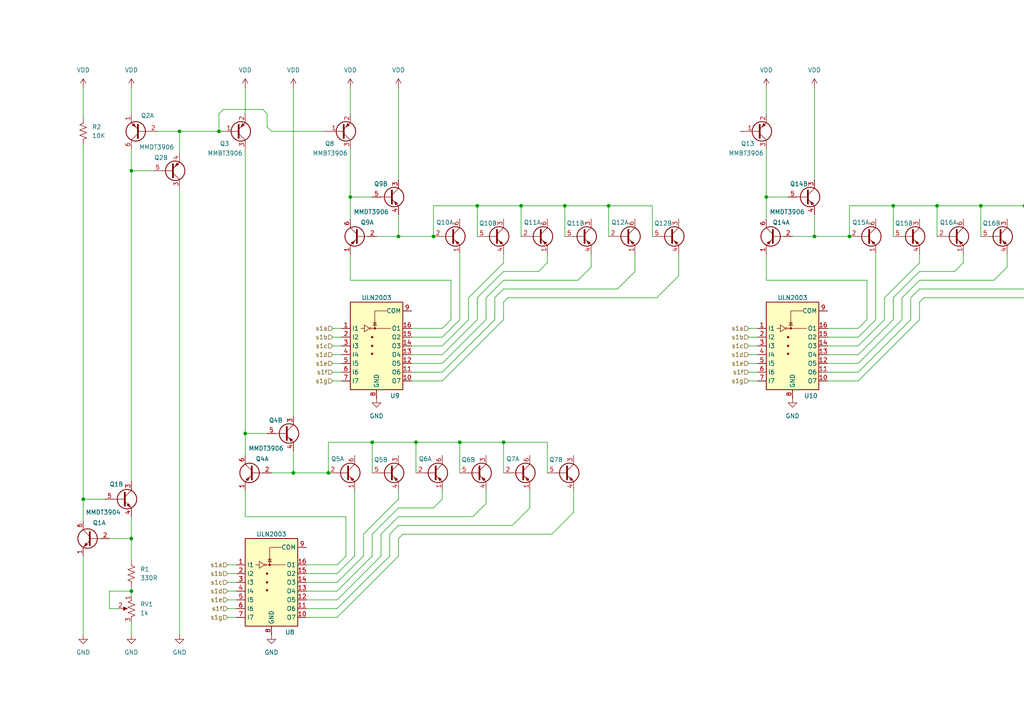
<source format=kicad_sch>
(kicad_sch (version 20231120) (generator "eeschema") (generator_version "8.0")
  (paper "A4")
  (title_block (title "Tiny Tapeout Digital Clock") (comment 1 "Author: Sam Ellicott"))
  (lib_symbols
    (symbol "Device:R_Potentiometer_US" (pin_names (offset 1.016) hide)
      (property "Reference" "RV" (at -4.445 0 90))
      (property "Value" "R_Potentiometer_US" (at -2.54 0 90))
      (symbol "R_Potentiometer_US_0_1"
        (polyline (pts (xy 0 -2.286) (xy 0 -2.54)))
        (polyline (pts (xy 0 2.54) (xy 0 2.286)))
        (polyline (pts (xy 2.54 0) (xy 1.524 0)))
        (polyline (pts (xy 1.143 0) (xy 2.286 0.508) (xy 2.286 -0.508) (xy 1.143 0)) (fill (type outline)))
        (polyline (pts (xy 0 -0.762) (xy 1.016 -1.143) (xy 0 -1.524) (xy -1.016 -1.905) (xy 0 -2.286)))
        (polyline (pts (xy 0 0.762) (xy 1.016 0.381) (xy 0 0) (xy -1.016 -0.381) (xy 0 -0.762)))
        (polyline (pts (xy 0 2.286) (xy 1.016 1.905) (xy 0 1.524) (xy -1.016 1.143) (xy 0 0.762)))
      )
      (symbol "R_Potentiometer_US_1_1"
        (pin passive line (at 0 3.81 270) (length 1.27) (name "1") (number "1"))
        (pin passive line (at 3.81 0 180) (length 1.27) (name "2") (number "2"))
        (pin passive line (at 0 -3.81 90) (length 1.27) (name "3") (number "3"))
      )
    )
    (symbol "Device:R_US" (pin_numbers hide) (pin_names (offset 0))
      (property "Reference" "R" (at 2.54 0 90))
      (property "Value" "R_US" (at -2.54 0 90))
      (symbol "R_US_0_1"
        (polyline (pts (xy 0 -2.286) (xy 0 -2.54)))
        (polyline (pts (xy 0 2.286) (xy 0 2.54)))
        (polyline (pts (xy 0 -0.762) (xy 1.016 -1.143) (xy 0 -1.524) (xy -1.016 -1.905) (xy 0 -2.286)))
        (polyline (pts (xy 0 0.762) (xy 1.016 0.381) (xy 0 0) (xy -1.016 -0.381) (xy 0 -0.762)))
        (polyline (pts (xy 0 2.286) (xy 1.016 1.905) (xy 0 1.524) (xy -1.016 1.143) (xy 0 0.762)))
      )
      (symbol "R_US_1_1"
        (pin passive line (at 0 3.81 270) (length 1.27) (name "~") (number "1"))
        (pin passive line (at 0 -3.81 90) (length 1.27) (name "~") (number "2"))
      )
    )
    (symbol "Transistor_Array:ULN2003"
      (property "Reference" "U" (at 0 15.875 0))
      (property "Value" "ULN2003" (at 0 13.97 0))
      (symbol "ULN2003_0_1"
        (rectangle (start -7.62 -12.7) (end 7.62 12.7) (stroke (width 0.254)) (fill (type background)))
        (circle (center -1.778 5.08) (radius 0.254))
        (circle (center -1.27 -2.286) (radius 0.254) (fill (type outline)))
        (circle (center -1.27 0) (radius 0.254) (fill (type outline)))
        (circle (center -1.27 2.54) (radius 0.254) (fill (type outline)))
        (circle (center -0.508 5.08) (radius 0.254) (fill (type outline)))
        (polyline (pts (xy -4.572 5.08) (xy -3.556 5.08)))
        (polyline (pts (xy -1.524 5.08) (xy 4.064 5.08)))
        (polyline (pts (xy 0 6.731) (xy -1.016 6.731)))
        (polyline (pts (xy -0.508 5.08) (xy -0.508 10.16) (xy 2.921 10.16)))
        (polyline (pts (xy -3.556 6.096) (xy -3.556 4.064) (xy -2.032 5.08) (xy -3.556 6.096)))
        (polyline (pts (xy 0 5.969) (xy -1.016 5.969) (xy -0.508 6.731) (xy 0 5.969)))
      )
      (symbol "ULN2003_1_1"
        (pin input line (at -10.16 5.08 0) (length 2.54) (name "I1") (number "1"))
        (pin open_collector line (at 10.16 -10.16 180) (length 2.54) (name "O7") (number "10"))
        (pin open_collector line (at 10.16 -7.62 180) (length 2.54) (name "O6") (number "11"))
        (pin open_collector line (at 10.16 -5.08 180) (length 2.54) (name "O5") (number "12"))
        (pin open_collector line (at 10.16 -2.54 180) (length 2.54) (name "O4") (number "13"))
        (pin open_collector line (at 10.16 0 180) (length 2.54) (name "O3") (number "14"))
        (pin open_collector line (at 10.16 2.54 180) (length 2.54) (name "O2") (number "15"))
        (pin open_collector line (at 10.16 5.08 180) (length 2.54) (name "O1") (number "16"))
        (pin input line (at -10.16 2.54 0) (length 2.54) (name "I2") (number "2"))
        (pin input line (at -10.16 0 0) (length 2.54) (name "I3") (number "3"))
        (pin input line (at -10.16 -2.54 0) (length 2.54) (name "I4") (number "4"))
        (pin input line (at -10.16 -5.08 0) (length 2.54) (name "I5") (number "5"))
        (pin input line (at -10.16 -7.62 0) (length 2.54) (name "I6") (number "6"))
        (pin input line (at -10.16 -10.16 0) (length 2.54) (name "I7") (number "7"))
        (pin power_in line (at 0 -15.24 90) (length 2.54) (name "GND") (number "8"))
        (pin passive line (at 10.16 10.16 180) (length 2.54) (name "COM") (number "9"))
      )
    )
    (symbol "Transistor_BJT:MMBT3906" (pin_names (offset 0) hide)
      (property "Reference" "Q" (at 5.08 1.905 0))
      (property "Value" "MMBT3906" (at 5.08 0 0))
      (symbol "MMBT3906_0_1"
        (polyline (pts (xy 0.635 0.635) (xy 2.54 2.54)))
        (polyline (pts (xy 0.635 -0.635) (xy 2.54 -2.54) (xy 2.54 -2.54)))
        (polyline (pts (xy 0.635 1.905) (xy 0.635 -1.905) (xy 0.635 -1.905)) (stroke (width 0.508)))
        (polyline (pts (xy 2.286 -1.778) (xy 1.778 -2.286) (xy 1.27 -1.27) (xy 2.286 -1.778) (xy 2.286 -1.778)) (fill (type outline)))
        (circle (center 1.27 0) (radius 2.8194) (stroke (width 0.254)))
      )
      (symbol "MMBT3906_1_1"
        (pin input line (at -5.08 0 0) (length 5.715) (name "B") (number "1"))
        (pin passive line (at 2.54 -5.08 90) (length 2.54) (name "E") (number "2"))
        (pin passive line (at 2.54 5.08 270) (length 2.54) (name "C") (number "3"))
      )
    )
    (symbol "Transistor_BJT:MMDT3904" (pin_names (offset 0) hide)
      (property "Reference" "Q" (at 5.08 1.27 0))
      (property "Value" "MMDT3904" (at 5.08 -1.27 0))
      (symbol "MMDT3904_0_1"
        (polyline (pts (xy 0.635 0) (xy -2.54 0)))
        (polyline (pts (xy 0.635 0.635) (xy 2.54 2.54)))
        (polyline (pts (xy 0.635 -0.635) (xy 2.54 -2.54) (xy 2.54 -2.54)))
        (polyline (pts (xy 0.635 1.905) (xy 0.635 -1.905) (xy 0.635 -1.905)) (stroke (width 0.508)))
        (polyline (pts (xy 1.27 -1.778) (xy 1.778 -1.27) (xy 2.286 -2.286) (xy 1.27 -1.778) (xy 1.27 -1.778)) (fill (type outline)))
        (circle (center 1.27 0) (radius 2.8194) (stroke (width 0.254)))
      )
      (symbol "MMDT3904_1_1"
        (pin passive line (at 2.54 -5.08 90) (length 2.54) (name "E1") (number "1"))
        (pin input line (at -5.08 0 0) (length 2.54) (name "B1") (number "2"))
        (pin passive line (at 2.54 5.08 270) (length 2.54) (name "C1") (number "6"))
      )
      (symbol "MMDT3904_2_1"
        (pin passive line (at 2.54 5.08 270) (length 2.54) (name "C2") (number "3"))
        (pin passive line (at 2.54 -5.08 90) (length 2.54) (name "E2") (number "4"))
        (pin input line (at -5.08 0 0) (length 2.54) (name "B2") (number "5"))
      )
    )
    (symbol "Transistor_BJT:MMDT3906" (pin_names (offset 0) hide)
      (property "Reference" "Q" (at 5.08 1.27 0))
      (property "Value" "MMDT3906" (at 5.08 -1.27 0))
      (symbol "MMDT3906_0_1"
        (polyline (pts (xy 0.635 0) (xy -2.54 0)))
        (polyline (pts (xy 0.635 0.635) (xy 2.54 2.54)))
        (polyline (pts (xy 0.635 -0.635) (xy 2.54 -2.54) (xy 2.54 -2.54)))
        (polyline (pts (xy 0.635 1.905) (xy 0.635 -1.905) (xy 0.635 -1.905)) (stroke (width 0.508)))
        (polyline (pts (xy 2.286 -1.778) (xy 1.778 -2.286) (xy 1.27 -1.27) (xy 2.286 -1.778) (xy 2.286 -1.778)) (fill (type outline)))
        (circle (center 1.27 0) (radius 2.8194) (stroke (width 0.254)))
      )
      (symbol "MMDT3906_1_1"
        (pin passive line (at 2.54 -5.08 90) (length 2.54) (name "E1") (number "1"))
        (pin input line (at -5.08 0 0) (length 2.54) (name "B1") (number "2"))
        (pin passive line (at 2.54 5.08 270) (length 2.54) (name "C1") (number "6"))
      )
      (symbol "MMDT3906_2_1"
        (pin passive line (at 2.54 5.08 270) (length 2.54) (name "C2") (number "3"))
        (pin passive line (at 2.54 -5.08 90) (length 2.54) (name "E2") (number "4"))
        (pin input line (at -5.08 0 0) (length 2.54) (name "B2") (number "5"))
      )
    )
    (symbol "power:GND" (power) (pin_numbers hide) (pin_names (offset 0) hide)
      (property "Value" "GND" (at 0 -3.81 0))
      (symbol "GND_0_1"
        (polyline (pts (xy 0 0) (xy 0 -1.27) (xy 1.27 -1.27) (xy 0 -2.54) (xy -1.27 -1.27) (xy 0 -1.27)))
      )
      (symbol "GND_1_1"
        (pin power_in line (at 0 0 270) (length 0) (name "~") (number "1"))
      )
    )
    (symbol "power:VDD" (power) (pin_numbers hide) (pin_names (offset 0) hide)
      (property "Value" "VDD" (at 0 3.556 0))
      (symbol "VDD_0_1"
        (polyline (pts (xy -0.762 1.27) (xy 0 2.54)))
        (polyline (pts (xy 0 0) (xy 0 2.54)))
        (polyline (pts (xy 0 2.54) (xy 0.762 1.27)))
      )
      (symbol "VDD_1_1"
        (pin power_in line (at 0 0 90) (length 0) (name "~") (number "1"))
      )
    )
  )
  (junction (at 125.73 68.58))
  (junction (at 176.53 59.69))
  (junction (at 52.07 38.1))
  (junction (at 85.09 137.16))
  (junction (at 63.5 38.1))
  (junction (at 297.18 59.69))
  (junction (at 133.35 128.27))
  (junction (at 120.65 128.27))
  (junction (at 163.83 59.69))
  (junction (at 271.78 59.69))
  (junction (at 146.05 128.27))
  (junction (at 151.13 59.69))
  (junction (at 222.25 57.15))
  (junction (at 101.6 57.15))
  (junction (at 38.1 49.53))
  (junction (at 284.48 59.69))
  (junction (at 107.95 128.27))
  (junction (at 95.25 137.16))
  (junction (at 38.1 171.45))
  (junction (at 115.57 68.58))
  (junction (at 259.08 59.69))
  (junction (at 236.22 68.58))
  (junction (at 71.12 125.73))
  (junction (at 246.38 68.58))
  (junction (at 24.13 144.78))
  (junction (at 38.1 156.21))
  (junction (at 138.43 59.69))
  (wire (pts (xy 184.15 73.66) (xy 184.15 78.74)))
  (wire (pts (xy 38.1 180.34) (xy 38.1 184.15)))
  (wire (pts (xy 140.97 142.24) (xy 140.97 146.05)))
  (wire (pts (xy 133.35 128.27) (xy 133.35 137.16)))
  (wire (pts (xy 138.43 59.69) (xy 138.43 68.58)))
  (wire (pts (xy 190.5 86.36) (xy 196.85 80.01)))
  (wire (pts (xy 66.04 168.91) (xy 68.58 168.91)))
  (wire (pts (xy 276.86 78.74) (xy 279.4 76.2)))
  (wire (pts (xy 115.57 68.58) (xy 125.73 68.58)))
  (wire (pts (xy 110.49 161.29) (xy 97.79 173.99)))
  (wire (pts (xy 64.77 31.75) (xy 63.5 33.02)))
  (wire (pts (xy 163.83 59.69) (xy 176.53 59.69)))
  (wire (pts (xy 24.13 41.91) (xy 24.13 144.78)))
  (wire (pts (xy 304.8 73.66) (xy 304.8 78.74)))
  (wire (pts (xy 266.7 81.28) (xy 288.29 81.28)))
  (wire (pts (xy 24.13 144.78) (xy 24.13 151.13)))
  (wire (pts (xy 85.09 137.16) (xy 95.25 137.16)))
  (wire (pts (xy 110.49 154.94) (xy 110.49 161.29)))
  (wire (pts (xy 63.5 33.02) (xy 63.5 38.1)))
  (wire (pts (xy 266.7 92.71) (xy 248.92 110.49)))
  (wire (pts (xy 101.6 25.4) (xy 101.6 33.02)))
  (wire (pts (xy 236.22 68.58) (xy 236.22 62.23)))
  (wire (pts (xy 146.05 128.27) (xy 146.05 137.16)))
  (wire (pts (xy 78.74 38.1) (xy 77.47 36.83)))
  (wire (pts (xy 240.03 105.41) (xy 248.92 105.41)))
  (wire (pts (xy 264.16 92.71) (xy 264.16 86.36)))
  (wire (pts (xy 189.23 59.69) (xy 189.23 68.58)))
  (wire (pts (xy 96.52 105.41) (xy 99.06 105.41)))
  (wire (pts (xy 261.62 86.36) (xy 261.62 92.71)))
  (wire (pts (xy 151.13 59.69) (xy 163.83 59.69)))
  (wire (pts (xy 66.04 176.53) (xy 68.58 176.53)))
  (wire (pts (xy 246.38 59.69) (xy 259.08 59.69)))
  (wire (pts (xy 88.9 171.45) (xy 97.79 171.45)))
  (wire (pts (xy 158.75 73.66) (xy 158.75 76.2)))
  (wire (pts (xy 38.1 156.21) (xy 31.75 156.21)))
  (wire (pts (xy 248.92 107.95) (xy 264.16 92.71)))
  (wire (pts (xy 101.6 43.18) (xy 101.6 57.15)))
  (wire (pts (xy 96.52 102.87) (xy 99.06 102.87)))
  (wire (pts (xy 85.09 25.4) (xy 85.09 120.65)))
  (wire (pts (xy 179.07 83.82) (xy 184.15 78.74)))
  (wire (pts (xy 128.27 107.95) (xy 143.51 92.71)))
  (wire (pts (xy 110.49 154.94) (xy 115.57 149.86)))
  (wire (pts (xy 266.7 78.74) (xy 276.86 78.74)))
  (wire (pts (xy 113.03 154.94) (xy 115.57 152.4)))
  (wire (pts (xy 52.07 38.1) (xy 63.5 38.1)))
  (wire (pts (xy 135.89 92.71) (xy 128.27 100.33)))
  (wire (pts (xy 102.87 142.24) (xy 102.87 161.29)))
  (wire (pts (xy 77.47 33.02) (xy 76.2 31.75)))
  (wire (pts (xy 96.52 100.33) (xy 99.06 100.33)))
  (wire (pts (xy 259.08 59.69) (xy 259.08 68.58)))
  (wire (pts (xy 133.35 128.27) (xy 146.05 128.27)))
  (wire (pts (xy 288.29 81.28) (xy 292.1 77.47)))
  (wire (pts (xy 146.05 128.27) (xy 158.75 128.27)))
  (wire (pts (xy 116.84 154.94) (xy 160.02 154.94)))
  (wire (pts (xy 88.9 163.83) (xy 97.79 163.83)))
  (wire (pts (xy 248.92 97.79) (xy 254 92.71)))
  (wire (pts (xy 222.25 25.4) (xy 222.25 33.02)))
  (wire (pts (xy 176.53 59.69) (xy 176.53 68.58)))
  (wire (pts (xy 120.65 128.27) (xy 120.65 137.16)))
  (wire (pts (xy 240.03 97.79) (xy 248.92 97.79)))
  (wire (pts (xy 297.18 59.69) (xy 309.88 59.69)))
  (wire (pts (xy 130.81 81.28) (xy 130.81 92.71)))
  (wire (pts (xy 115.57 161.29) (xy 97.79 179.07)))
  (wire (pts (xy 128.27 97.79) (xy 133.35 92.71)))
  (wire (pts (xy 97.79 171.45) (xy 107.95 161.29)))
  (wire (pts (xy 299.72 83.82) (xy 304.8 78.74)))
  (wire (pts (xy 101.6 57.15) (xy 101.6 63.5)))
  (wire (pts (xy 266.7 87.63) (xy 267.97 86.36)))
  (wire (pts (xy 71.12 142.24) (xy 71.12 149.86)))
  (wire (pts (xy 261.62 86.36) (xy 266.7 81.28)))
  (wire (pts (xy 309.88 59.69) (xy 309.88 68.58)))
  (wire (pts (xy 251.46 81.28) (xy 251.46 92.71)))
  (wire (pts (xy 107.95 154.94) (xy 115.57 147.32)))
  (wire (pts (xy 267.97 86.36) (xy 311.15 86.36)))
  (wire (pts (xy 100.33 149.86) (xy 100.33 161.29)))
  (wire (pts (xy 217.17 102.87) (xy 219.71 102.87)))
  (wire (pts (xy 107.95 128.27) (xy 107.95 137.16)))
  (wire (pts (xy 31.75 171.45) (xy 31.75 176.53)))
  (wire (pts (xy 38.1 170.18) (xy 38.1 171.45)))
  (wire (pts (xy 52.07 54.61) (xy 52.07 184.15)))
  (wire (pts (xy 148.59 152.4) (xy 153.67 147.32)))
  (wire (pts (xy 146.05 87.63) (xy 147.32 86.36)))
  (wire (pts (xy 125.73 59.69) (xy 125.73 68.58)))
  (wire (pts (xy 222.25 81.28) (xy 251.46 81.28)))
  (wire (pts (xy 240.03 102.87) (xy 248.92 102.87)))
  (wire (pts (xy 100.33 161.29) (xy 97.79 163.83)))
  (wire (pts (xy 284.48 59.69) (xy 284.48 68.58)))
  (wire (pts (xy 115.57 142.24) (xy 115.57 144.78)))
  (wire (pts (xy 297.18 59.69) (xy 297.18 68.58)))
  (wire (pts (xy 115.57 161.29) (xy 115.57 156.21)))
  (wire (pts (xy 266.7 92.71) (xy 266.7 87.63)))
  (wire (pts (xy 279.4 73.66) (xy 279.4 76.2)))
  (wire (pts (xy 259.08 86.36) (xy 266.7 78.74)))
  (wire (pts (xy 229.87 68.58) (xy 236.22 68.58)))
  (wire (pts (xy 38.1 43.18) (xy 38.1 49.53)))
  (wire (pts (xy 71.12 125.73) (xy 71.12 132.08)))
  (wire (pts (xy 119.38 110.49) (xy 128.27 110.49)))
  (wire (pts (xy 125.73 147.32) (xy 128.27 144.78)))
  (wire (pts (xy 113.03 161.29) (xy 113.03 154.94)))
  (wire (pts (xy 222.25 43.18) (xy 222.25 57.15)))
  (wire (pts (xy 88.9 176.53) (xy 97.79 176.53)))
  (wire (pts (xy 284.48 59.69) (xy 297.18 59.69)))
  (wire (pts (xy 217.17 105.41) (xy 219.71 105.41)))
  (wire (pts (xy 45.72 38.1) (xy 52.07 38.1)))
  (wire (pts (xy 78.74 137.16) (xy 85.09 137.16)))
  (wire (pts (xy 93.98 38.1) (xy 78.74 38.1)))
  (wire (pts (xy 30.48 144.78) (xy 24.13 144.78)))
  (wire (pts (xy 119.38 107.95) (xy 128.27 107.95)))
  (wire (pts (xy 240.03 107.95) (xy 248.92 107.95)))
  (wire (pts (xy 95.25 128.27) (xy 95.25 137.16)))
  (wire (pts (xy 236.22 25.4) (xy 236.22 52.07)))
  (wire (pts (xy 163.83 59.69) (xy 163.83 68.58)))
  (wire (pts (xy 128.27 142.24) (xy 128.27 144.78)))
  (wire (pts (xy 24.13 161.29) (xy 24.13 184.15)))
  (wire (pts (xy 217.17 95.25) (xy 219.71 95.25)))
  (wire (pts (xy 146.05 78.74) (xy 156.21 78.74)))
  (wire (pts (xy 158.75 128.27) (xy 158.75 137.16)))
  (wire (pts (xy 138.43 59.69) (xy 151.13 59.69)))
  (wire (pts (xy 97.79 176.53) (xy 113.03 161.29)))
  (wire (pts (xy 217.17 97.79) (xy 219.71 97.79)))
  (wire (pts (xy 217.17 110.49) (xy 219.71 110.49)))
  (wire (pts (xy 38.1 49.53) (xy 44.45 49.53)))
  (wire (pts (xy 130.81 92.71) (xy 128.27 95.25)))
  (wire (pts (xy 38.1 149.86) (xy 38.1 156.21)))
  (wire (pts (xy 153.67 142.24) (xy 153.67 147.32)))
  (wire (pts (xy 115.57 149.86) (xy 137.16 149.86)))
  (wire (pts (xy 217.17 100.33) (xy 219.71 100.33)))
  (wire (pts (xy 143.51 92.71) (xy 143.51 86.36)))
  (wire (pts (xy 217.17 107.95) (xy 219.71 107.95)))
  (wire (pts (xy 240.03 95.25) (xy 248.92 95.25)))
  (wire (pts (xy 76.2 31.75) (xy 64.77 31.75)))
  (wire (pts (xy 138.43 92.71) (xy 138.43 86.36)))
  (wire (pts (xy 259.08 59.69) (xy 271.78 59.69)))
  (wire (pts (xy 66.04 171.45) (xy 68.58 171.45)))
  (wire (pts (xy 222.25 73.66) (xy 222.25 81.28)))
  (wire (pts (xy 147.32 86.36) (xy 190.5 86.36)))
  (wire (pts (xy 95.25 128.27) (xy 107.95 128.27)))
  (wire (pts (xy 256.54 86.36) (xy 256.54 92.71)))
  (wire (pts (xy 119.38 105.41) (xy 128.27 105.41)))
  (wire (pts (xy 96.52 97.79) (xy 99.06 97.79)))
  (wire (pts (xy 146.05 83.82) (xy 179.07 83.82)))
  (wire (pts (xy 52.07 38.1) (xy 52.07 44.45)))
  (wire (pts (xy 71.12 125.73) (xy 77.47 125.73)))
  (wire (pts (xy 240.03 110.49) (xy 248.92 110.49)))
  (wire (pts (xy 115.57 156.21) (xy 116.84 154.94)))
  (wire (pts (xy 71.12 43.18) (xy 71.12 125.73)))
  (wire (pts (xy 146.05 81.28) (xy 167.64 81.28)))
  (wire (pts (xy 38.1 25.4) (xy 38.1 33.02)))
  (wire (pts (xy 266.7 83.82) (xy 299.72 83.82)))
  (wire (pts (xy 97.79 166.37) (xy 102.87 161.29)))
  (wire (pts (xy 24.13 25.4) (xy 24.13 34.29)))
  (wire (pts (xy 71.12 149.86) (xy 100.33 149.86)))
  (wire (pts (xy 222.25 57.15) (xy 228.6 57.15)))
  (wire (pts (xy 271.78 59.69) (xy 271.78 68.58)))
  (wire (pts (xy 105.41 154.94) (xy 115.57 144.78)))
  (wire (pts (xy 167.64 81.28) (xy 171.45 77.47)))
  (wire (pts (xy 66.04 163.83) (xy 68.58 163.83)))
  (wire (pts (xy 109.22 68.58) (xy 115.57 68.58)))
  (wire (pts (xy 196.85 73.66) (xy 196.85 80.01)))
  (wire (pts (xy 115.57 25.4) (xy 115.57 52.07)))
  (wire (pts (xy 292.1 73.66) (xy 292.1 77.47)))
  (wire (pts (xy 77.47 36.83) (xy 77.47 33.02)))
  (wire (pts (xy 115.57 68.58) (xy 115.57 62.23)))
  (wire (pts (xy 101.6 81.28) (xy 130.81 81.28)))
  (wire (pts (xy 137.16 149.86) (xy 140.97 146.05)))
  (wire (pts (xy 115.57 147.32) (xy 125.73 147.32)))
  (wire (pts (xy 119.38 95.25) (xy 128.27 95.25)))
  (wire (pts (xy 254 73.66) (xy 254 92.71)))
  (wire (pts (xy 88.9 173.99) (xy 97.79 173.99)))
  (wire (pts (xy 146.05 92.71) (xy 146.05 87.63)))
  (wire (pts (xy 160.02 154.94) (xy 166.37 148.59)))
  (wire (pts (xy 271.78 59.69) (xy 284.48 59.69)))
  (wire (pts (xy 246.38 59.69) (xy 246.38 68.58)))
  (wire (pts (xy 264.16 86.36) (xy 266.7 83.82)))
  (wire (pts (xy 140.97 86.36) (xy 140.97 92.71)))
  (wire (pts (xy 143.51 86.36) (xy 146.05 83.82)))
  (wire (pts (xy 151.13 59.69) (xy 151.13 68.58)))
  (wire (pts (xy 115.57 152.4) (xy 148.59 152.4)))
  (wire (pts (xy 38.1 156.21) (xy 38.1 162.56)))
  (wire (pts (xy 38.1 171.45) (xy 38.1 172.72)))
  (wire (pts (xy 256.54 92.71) (xy 248.92 100.33)))
  (wire (pts (xy 120.65 128.27) (xy 133.35 128.27)))
  (wire (pts (xy 222.25 57.15) (xy 222.25 63.5)))
  (wire (pts (xy 266.7 73.66) (xy 266.7 76.2)))
  (wire (pts (xy 140.97 92.71) (xy 128.27 105.41)))
  (wire (pts (xy 119.38 100.33) (xy 128.27 100.33)))
  (wire (pts (xy 256.54 86.36) (xy 266.7 76.2)))
  (wire (pts (xy 66.04 179.07) (xy 68.58 179.07)))
  (wire (pts (xy 96.52 107.95) (xy 99.06 107.95)))
  (wire (pts (xy 96.52 95.25) (xy 99.06 95.25)))
  (wire (pts (xy 31.75 176.53) (xy 34.29 176.53)))
  (wire (pts (xy 71.12 25.4) (xy 71.12 33.02)))
  (wire (pts (xy 251.46 92.71) (xy 248.92 95.25)))
  (wire (pts (xy 105.41 154.94) (xy 105.41 161.29)))
  (wire (pts (xy 138.43 86.36) (xy 146.05 78.74)))
  (wire (pts (xy 101.6 57.15) (xy 107.95 57.15)))
  (wire (pts (xy 107.95 161.29) (xy 107.95 154.94)))
  (wire (pts (xy 261.62 92.71) (xy 248.92 105.41)))
  (wire (pts (xy 119.38 97.79) (xy 128.27 97.79)))
  (wire (pts (xy 259.08 92.71) (xy 259.08 86.36)))
  (wire (pts (xy 135.89 86.36) (xy 135.89 92.71)))
  (wire (pts (xy 311.15 86.36) (xy 317.5 80.01)))
  (wire (pts (xy 166.37 142.24) (xy 166.37 148.59)))
  (wire (pts (xy 31.75 171.45) (xy 38.1 171.45)))
  (wire (pts (xy 146.05 92.71) (xy 128.27 110.49)))
  (wire (pts (xy 171.45 73.66) (xy 171.45 77.47)))
  (wire (pts (xy 176.53 59.69) (xy 189.23 59.69)))
  (wire (pts (xy 85.09 137.16) (xy 85.09 130.81)))
  (wire (pts (xy 107.95 128.27) (xy 120.65 128.27)))
  (wire (pts (xy 66.04 166.37) (xy 68.58 166.37)))
  (wire (pts (xy 156.21 78.74) (xy 158.75 76.2)))
  (wire (pts (xy 248.92 102.87) (xy 259.08 92.71)))
  (wire (pts (xy 66.04 173.99) (xy 68.58 173.99)))
  (wire (pts (xy 88.9 166.37) (xy 97.79 166.37)))
  (wire (pts (xy 38.1 49.53) (xy 38.1 139.7)))
  (wire (pts (xy 135.89 86.36) (xy 146.05 76.2)))
  (wire (pts (xy 96.52 110.49) (xy 99.06 110.49)))
  (wire (pts (xy 125.73 59.69) (xy 138.43 59.69)))
  (wire (pts (xy 317.5 73.66) (xy 317.5 80.01)))
  (wire (pts (xy 236.22 68.58) (xy 246.38 68.58)))
  (wire (pts (xy 240.03 100.33) (xy 248.92 100.33)))
  (wire (pts (xy 133.35 73.66) (xy 133.35 92.71)))
  (wire (pts (xy 140.97 86.36) (xy 146.05 81.28)))
  (wire (pts (xy 88.9 168.91) (xy 97.79 168.91)))
  (wire (pts (xy 146.05 73.66) (xy 146.05 76.2)))
  (wire (pts (xy 101.6 73.66) (xy 101.6 81.28)))
  (wire (pts (xy 128.27 102.87) (xy 138.43 92.71)))
  (wire (pts (xy 119.38 102.87) (xy 128.27 102.87)))
  (wire (pts (xy 88.9 179.07) (xy 97.79 179.07)))
  (wire (pts (xy 105.41 161.29) (xy 97.79 168.91)))
  (hierarchical_label "s1c" (shape input) (at 66.04 168.91 180))
  (hierarchical_label "s1g" (shape input) (at 217.17 110.49 180))
  (hierarchical_label "s1a" (shape input) (at 66.04 163.83 180))
  (hierarchical_label "s1f" (shape input) (at 96.52 107.95 180))
  (hierarchical_label "s1g" (shape input) (at 96.52 110.49 180))
  (hierarchical_label "s1d" (shape input) (at 217.17 102.87 180))
  (hierarchical_label "s1a" (shape input) (at 96.52 95.25 180))
  (hierarchical_label "s1b" (shape input) (at 66.04 166.37 180))
  (hierarchical_label "s1c" (shape input) (at 217.17 100.33 180))
  (hierarchical_label "s1e" (shape input) (at 66.04 173.99 180))
  (hierarchical_label "s1d" (shape input) (at 96.52 102.87 180))
  (hierarchical_label "s1b" (shape input) (at 217.17 97.79 180))
  (hierarchical_label "s1a" (shape input) (at 217.17 95.25 180))
  (hierarchical_label "s1c" (shape input) (at 96.52 100.33 180))
  (hierarchical_label "s1b" (shape input) (at 96.52 97.79 180))
  (hierarchical_label "s1f" (shape input) (at 66.04 176.53 180))
  (hierarchical_label "s1e" (shape input) (at 217.17 105.41 180))
  (hierarchical_label "s1g" (shape input) (at 66.04 179.07 180))
  (hierarchical_label "s1f" (shape input) (at 217.17 107.95 180))
  (hierarchical_label "s1d" (shape input) (at 66.04 171.45 180))
  (hierarchical_label "s1e" (shape input) (at 96.52 105.41 180))
  (symbol (lib_id "Transistor_BJT:MMBT3906") (at 68.58 38.1 0) (mirror x) (unit 1)
    (property "Reference" "Q3" (at 63.754 41.656 0) (effects (justify left)))
    (property "Value" "MMBT3906" (at 60.198 44.45 0) (effects (justify left)))
    (property "Footprint" "Package_TO_SOT_SMD:SOT-23" (effects (hide yes)))
    (property "Datasheet" "https://www.onsemi.com/pdf/datasheet/pzt3906-d.pdf" (effects (hide yes)))
    (property "Description" "-0.2A Ic, -40V Vce, Small Signal PNP Transistor, SOT-23" (effects (hide yes)))
  )
  (symbol (lib_id "Transistor_BJT:MMDT3906") (at 130.81 68.58 0) (unit 1)
    (property "Reference" "Q10" (at 126.492 64.516 0) (effects (justify left)))
    (property "Value" "MMDT3906" (effects (hide yes)))
    (property "Footprint" "Package_TO_SOT_SMD:SOT-363_SC-70-6" (effects (hide yes)))
    (property "Datasheet" "http://www.diodes.com/_files/datasheets/ds30124.pdf" (effects (hide yes)))
    (property "Description" "200mA IC, 40V Vce, Dual PNP/PNP Transistors, SOT-363" (effects (hide yes)))
  )
  (symbol (lib_id "Transistor_BJT:MMDT3906") (at 264.16 68.58 0) (unit 2)
    (property "Reference" "Q15" (at 259.588 64.77 0) (effects (justify left)))
    (property "Value" "MMDT3906" (effects (hide yes)))
    (property "Footprint" "Package_TO_SOT_SMD:SOT-363_SC-70-6" (effects (hide yes)))
    (property "Datasheet" "http://www.diodes.com/_files/datasheets/ds30124.pdf" (effects (hide yes)))
    (property "Description" "200mA IC, 40V Vce, Dual PNP/PNP Transistors, SOT-363" (effects (hide yes)))
  )
  (symbol (lib_id "Device:R_Potentiometer_US") (at 38.1 176.53 0) (mirror y) (unit 1)
    (property "Reference" "RV1" (at 40.64 175.2599 0) (effects (justify right)))
    (property "Value" "1k" (at 40.64 177.7999 0) (effects (justify right)))
    (property "Description" "Potentiometer, US symbol" (effects (hide yes)))
  )
  (symbol (lib_id "Transistor_BJT:MMBT3906") (at 219.71 38.1 0) (mirror x) (unit 1)
    (property "Reference" "Q13" (at 214.884 41.656 0) (effects (justify left)))
    (property "Value" "MMBT3906" (at 211.328 44.45 0) (effects (justify left)))
    (property "Footprint" "Package_TO_SOT_SMD:SOT-23" (effects (hide yes)))
    (property "Datasheet" "https://www.onsemi.com/pdf/datasheet/pzt3906-d.pdf" (effects (hide yes)))
    (property "Description" "-0.2A Ic, -40V Vce, Small Signal PNP Transistor, SOT-23" (effects (hide yes)))
  )
  (symbol (lib_id "power:VDD") (at 222.25 25.4 0) (unit 1)
    (property "Reference" "#PWR014" (effects (hide yes)))
    (property "Value" "VDD" (at 222.25 20.32 0))
    (property "Description" "Power symbol creates a global label with name \"VDD\"" (effects (hide yes)))
  )
  (symbol (lib_id "Transistor_BJT:MMDT3906") (at 113.03 57.15 0) (unit 2)
    (property "Reference" "Q9" (at 108.458 53.34 0) (effects (justify left)))
    (property "Value" "MMDT3906" (effects (hide yes)))
    (property "Footprint" "Package_TO_SOT_SMD:SOT-363_SC-70-6" (effects (hide yes)))
    (property "Datasheet" "http://www.diodes.com/_files/datasheets/ds30124.pdf" (effects (hide yes)))
    (property "Description" "200mA IC, 40V Vce, Dual PNP/PNP Transistors, SOT-363" (effects (hide yes)))
  )
  (symbol (lib_id "power:VDD") (at 101.6 25.4 0) (unit 1)
    (property "Reference" "#PWR012" (effects (hide yes)))
    (property "Value" "VDD" (at 101.6 20.32 0))
    (property "Description" "Power symbol creates a global label with name \"VDD\"" (effects (hide yes)))
  )
  (symbol (lib_id "Transistor_BJT:MMDT3906") (at 276.86 68.58 0) (unit 1)
    (property "Reference" "Q16" (at 272.542 64.516 0) (effects (justify left)))
    (property "Value" "MMDT3906" (effects (hide yes)))
    (property "Footprint" "Package_TO_SOT_SMD:SOT-363_SC-70-6" (effects (hide yes)))
    (property "Datasheet" "http://www.diodes.com/_files/datasheets/ds30124.pdf" (effects (hide yes)))
    (property "Description" "200mA IC, 40V Vce, Dual PNP/PNP Transistors, SOT-363" (effects (hide yes)))
  )
  (symbol (lib_id "power:VDD") (at 85.09 25.4 0) (unit 1)
    (property "Reference" "#PWR011" (effects (hide yes)))
    (property "Value" "VDD" (at 85.09 20.32 0))
    (property "Description" "Power symbol creates a global label with name \"VDD\"" (effects (hide yes)))
  )
  (symbol (lib_id "power:GND") (at 229.87 115.57 0) (mirror y) (unit 1)
    (property "Reference" "#PWR015" (effects (hide yes)))
    (property "Value" "GND" (at 229.87 120.65 0))
    (property "Description" "Power symbol creates a global label with name \"GND\" , ground" (effects (hide yes)))
  )
  (symbol (lib_id "Transistor_BJT:MMDT3906") (at 113.03 137.16 0) (unit 2)
    (property "Reference" "Q5" (at 108.458 133.35 0) (effects (justify left)))
    (property "Value" "MMDT3906" (effects (hide yes)))
    (property "Footprint" "Package_TO_SOT_SMD:SOT-363_SC-70-6" (effects (hide yes)))
    (property "Datasheet" "http://www.diodes.com/_files/datasheets/ds30124.pdf" (effects (hide yes)))
    (property "Description" "200mA IC, 40V Vce, Dual PNP/PNP Transistors, SOT-363" (effects (hide yes)))
  )
  (symbol (lib_id "power:GND") (at 52.07 184.15 0) (mirror y) (unit 1)
    (property "Reference" "#PWR05" (effects (hide yes)))
    (property "Value" "GND" (at 52.07 189.23 0))
    (property "Description" "Power symbol creates a global label with name \"GND\" , ground" (effects (hide yes)))
  )
  (symbol (lib_id "Transistor_BJT:MMDT3906") (at 224.79 68.58 0) (mirror y) (unit 1)
    (property "Reference" "Q14" (at 229.108 64.516 0) (effects (justify left)))
    (property "Value" "MMDT3906" (at 233.426 61.468 0) (effects (justify left)))
    (property "Footprint" "Package_TO_SOT_SMD:SOT-363_SC-70-6" (effects (hide yes)))
    (property "Datasheet" "http://www.diodes.com/_files/datasheets/ds30124.pdf" (effects (hide yes)))
    (property "Description" "200mA IC, 40V Vce, Dual PNP/PNP Transistors, SOT-363" (effects (hide yes)))
  )
  (symbol (lib_id "power:VDD") (at 115.57 25.4 0) (unit 1)
    (property "Reference" "#PWR013" (effects (hide yes)))
    (property "Value" "VDD" (at 115.57 20.32 0))
    (property "Description" "Power symbol creates a global label with name \"VDD\"" (effects (hide yes)))
  )
  (symbol (lib_id "Transistor_BJT:MMDT3906") (at 49.53 49.53 0) (mirror x) (unit 2)
    (property "Reference" "Q2" (at 44.704 45.72 0) (effects (justify left)))
    (property "Value" "MMDT3906" (effects (hide yes)))
    (property "Footprint" "Package_TO_SOT_SMD:SOT-363_SC-70-6" (effects (hide yes)))
    (property "Datasheet" "http://www.diodes.com/_files/datasheets/ds30124.pdf" (effects (hide yes)))
    (property "Description" "200mA IC, 40V Vce, Dual PNP/PNP Transistors, SOT-363" (effects (hide yes)))
  )
  (symbol (lib_id "Transistor_BJT:MMDT3906") (at 40.64 38.1 180) (unit 1)
    (property "Reference" "Q2" (at 44.704 33.528 0) (effects (justify left)))
    (property "Value" "MMDT3906" (at 50.546 42.672 0) (effects (justify left)))
    (property "Footprint" "Package_TO_SOT_SMD:SOT-363_SC-70-6" (effects (hide yes)))
    (property "Datasheet" "http://www.diodes.com/_files/datasheets/ds30124.pdf" (effects (hide yes)))
    (property "Description" "200mA IC, 40V Vce, Dual PNP/PNP Transistors, SOT-363" (effects (hide yes)))
  )
  (symbol (lib_id "Transistor_BJT:MMDT3906") (at 82.55 125.73 0) (unit 2)
    (property "Reference" "Q4" (at 77.978 121.92 0) (effects (justify left)))
    (property "Value" "MMDT3906" (effects (hide yes)))
    (property "Footprint" "Package_TO_SOT_SMD:SOT-363_SC-70-6" (effects (hide yes)))
    (property "Datasheet" "http://www.diodes.com/_files/datasheets/ds30124.pdf" (effects (hide yes)))
    (property "Description" "200mA IC, 40V Vce, Dual PNP/PNP Transistors, SOT-363" (effects (hide yes)))
  )
  (symbol (lib_id "Transistor_Array:ULN2003") (at 78.74 168.91 0) (unit 1)
    (property "Reference" "U8" (at 84.074 183.388 0))
    (property "Value" "ULN2003" (at 78.74 154.94 0))
    (property "Datasheet" "http://www.ti.com/lit/ds/symlink/uln2003a.pdf" (effects (hide yes)))
    (property "Description" "High Voltage, High Current Darlington Transistor Arrays, SOIC16/SOIC16W/DIP16/TSSOP16" (effects (hide yes)))
  )
  (symbol (lib_id "Transistor_BJT:MMDT3906") (at 125.73 137.16 0) (unit 1)
    (property "Reference" "Q6" (at 121.412 133.096 0) (effects (justify left)))
    (property "Value" "MMDT3906" (effects (hide yes)))
    (property "Footprint" "Package_TO_SOT_SMD:SOT-363_SC-70-6" (effects (hide yes)))
    (property "Datasheet" "http://www.diodes.com/_files/datasheets/ds30124.pdf" (effects (hide yes)))
    (property "Description" "200mA IC, 40V Vce, Dual PNP/PNP Transistors, SOT-363" (effects (hide yes)))
  )
  (symbol (lib_id "Transistor_BJT:MMDT3906") (at 156.21 68.58 0) (unit 1)
    (property "Reference" "Q11" (at 151.892 64.516 0) (effects (justify left)))
    (property "Value" "MMDT3906" (effects (hide yes)))
    (property "Footprint" "Package_TO_SOT_SMD:SOT-363_SC-70-6" (effects (hide yes)))
    (property "Datasheet" "http://www.diodes.com/_files/datasheets/ds30124.pdf" (effects (hide yes)))
    (property "Description" "200mA IC, 40V Vce, Dual PNP/PNP Transistors, SOT-363" (effects (hide yes)))
  )
  (symbol (lib_id "Transistor_BJT:MMDT3906") (at 143.51 68.58 0) (unit 2)
    (property "Reference" "Q10" (at 138.938 64.77 0) (effects (justify left)))
    (property "Value" "MMDT3906" (effects (hide yes)))
    (property "Footprint" "Package_TO_SOT_SMD:SOT-363_SC-70-6" (effects (hide yes)))
    (property "Datasheet" "http://www.diodes.com/_files/datasheets/ds30124.pdf" (effects (hide yes)))
    (property "Description" "200mA IC, 40V Vce, Dual PNP/PNP Transistors, SOT-363" (effects (hide yes)))
  )
  (symbol (lib_id "Transistor_BJT:MMDT3906") (at 104.14 68.58 0) (mirror y) (unit 1)
    (property "Reference" "Q9" (at 108.458 64.516 0) (effects (justify left)))
    (property "Value" "MMDT3906" (at 112.776 61.468 0) (effects (justify left)))
    (property "Footprint" "Package_TO_SOT_SMD:SOT-363_SC-70-6" (effects (hide yes)))
    (property "Datasheet" "http://www.diodes.com/_files/datasheets/ds30124.pdf" (effects (hide yes)))
    (property "Description" "200mA IC, 40V Vce, Dual PNP/PNP Transistors, SOT-363" (effects (hide yes)))
  )
  (symbol (lib_id "Transistor_BJT:MMDT3906") (at 302.26 68.58 0) (unit 1)
    (property "Reference" "Q17" (at 297.942 64.516 0) (effects (justify left)))
    (property "Value" "MMDT3906" (effects (hide yes)))
    (property "Footprint" "Package_TO_SOT_SMD:SOT-363_SC-70-6" (effects (hide yes)))
    (property "Datasheet" "http://www.diodes.com/_files/datasheets/ds30124.pdf" (effects (hide yes)))
    (property "Description" "200mA IC, 40V Vce, Dual PNP/PNP Transistors, SOT-363" (effects (hide yes)))
  )
  (symbol (lib_id "Transistor_Array:ULN2003") (at 109.22 100.33 0) (unit 1)
    (property "Reference" "U9" (at 114.554 114.808 0))
    (property "Value" "ULN2003" (at 109.22 86.36 0))
    (property "Datasheet" "http://www.ti.com/lit/ds/symlink/uln2003a.pdf" (effects (hide yes)))
    (property "Description" "High Voltage, High Current Darlington Transistor Arrays, SOIC16/SOIC16W/DIP16/TSSOP16" (effects (hide yes)))
  )
  (symbol (lib_id "Transistor_BJT:MMDT3906") (at 194.31 68.58 0) (unit 2)
    (property "Reference" "Q12" (at 189.738 64.77 0) (effects (justify left)))
    (property "Value" "MMDT3906" (effects (hide yes)))
    (property "Footprint" "Package_TO_SOT_SMD:SOT-363_SC-70-6" (effects (hide yes)))
    (property "Datasheet" "http://www.diodes.com/_files/datasheets/ds30124.pdf" (effects (hide yes)))
    (property "Description" "200mA IC, 40V Vce, Dual PNP/PNP Transistors, SOT-363" (effects (hide yes)))
  )
  (symbol (lib_id "Transistor_BJT:MMBT3906") (at 99.06 38.1 0) (mirror x) (unit 1)
    (property "Reference" "Q8" (at 94.234 41.656 0) (effects (justify left)))
    (property "Value" "MMBT3906" (at 90.678 44.45 0) (effects (justify left)))
    (property "Footprint" "Package_TO_SOT_SMD:SOT-23" (effects (hide yes)))
    (property "Datasheet" "https://www.onsemi.com/pdf/datasheet/pzt3906-d.pdf" (effects (hide yes)))
    (property "Description" "-0.2A Ic, -40V Vce, Small Signal PNP Transistor, SOT-23" (effects (hide yes)))
  )
  (symbol (lib_id "Transistor_Array:ULN2003") (at 229.87 100.33 0) (unit 1)
    (property "Reference" "U10" (at 235.204 114.808 0))
    (property "Value" "ULN2003" (at 229.87 86.36 0))
    (property "Datasheet" "http://www.ti.com/lit/ds/symlink/uln2003a.pdf" (effects (hide yes)))
    (property "Description" "High Voltage, High Current Darlington Transistor Arrays, SOIC16/SOIC16W/DIP16/TSSOP16" (effects (hide yes)))
  )
  (symbol (lib_id "power:VDD") (at 71.12 25.4 0) (unit 1)
    (property "Reference" "#PWR010" (effects (hide yes)))
    (property "Value" "VDD" (at 71.12 20.32 0))
    (property "Description" "Power symbol creates a global label with name \"VDD\"" (effects (hide yes)))
  )
  (symbol (lib_id "Transistor_BJT:MMDT3906") (at 100.33 137.16 0) (unit 1)
    (property "Reference" "Q5" (at 96.012 133.096 0) (effects (justify left)))
    (property "Value" "MMDT3906" (effects (hide yes)))
    (property "Footprint" "Package_TO_SOT_SMD:SOT-363_SC-70-6" (effects (hide yes)))
    (property "Datasheet" "http://www.diodes.com/_files/datasheets/ds30124.pdf" (effects (hide yes)))
    (property "Description" "200mA IC, 40V Vce, Dual PNP/PNP Transistors, SOT-363" (effects (hide yes)))
  )
  (symbol (lib_id "Transistor_BJT:MMDT3906") (at 138.43 137.16 0) (unit 2)
    (property "Reference" "Q6" (at 133.858 133.35 0) (effects (justify left)))
    (property "Value" "MMDT3906" (effects (hide yes)))
    (property "Footprint" "Package_TO_SOT_SMD:SOT-363_SC-70-6" (effects (hide yes)))
    (property "Datasheet" "http://www.diodes.com/_files/datasheets/ds30124.pdf" (effects (hide yes)))
    (property "Description" "200mA IC, 40V Vce, Dual PNP/PNP Transistors, SOT-363" (effects (hide yes)))
  )
  (symbol (lib_id "Device:R_US") (at 38.1 166.37 0) (unit 1)
    (property "Reference" "R1" (at 40.64 165.0999 0) (effects (justify left)))
    (property "Value" "330R" (at 40.64 167.6399 0) (effects (justify left)))
    (property "Description" "Resistor, US symbol" (effects (hide yes)))
  )
  (symbol (lib_id "Transistor_BJT:MMDT3906") (at 163.83 137.16 0) (unit 2)
    (property "Reference" "Q7" (at 159.258 133.35 0) (effects (justify left)))
    (property "Value" "MMDT3906" (effects (hide yes)))
    (property "Footprint" "Package_TO_SOT_SMD:SOT-363_SC-70-6" (effects (hide yes)))
    (property "Datasheet" "http://www.diodes.com/_files/datasheets/ds30124.pdf" (effects (hide yes)))
    (property "Description" "200mA IC, 40V Vce, Dual PNP/PNP Transistors, SOT-363" (effects (hide yes)))
  )
  (symbol (lib_id "Transistor_BJT:MMDT3904") (at 35.56 144.78 0) (unit 2)
    (property "Reference" "Q1" (at 31.75 140.462 0) (effects (justify left)))
    (property "Value" "MMDT3904" (effects (hide yes)))
    (property "Footprint" "Package_TO_SOT_SMD:SOT-363_SC-70-6" (effects (hide yes)))
    (property "Datasheet" "http://www.diodes.com/_files/datasheets/ds30088.pdf" (effects (hide yes)))
    (property "Description" "200mA IC, 40V Vce, Dual NPN/NPN Transistors, SOT-363" (effects (hide yes)))
  )
  (symbol (lib_id "power:GND") (at 109.22 115.57 0) (mirror y) (unit 1)
    (property "Reference" "#PWR07" (effects (hide yes)))
    (property "Value" "GND" (at 109.22 120.65 0))
    (property "Description" "Power symbol creates a global label with name \"GND\" , ground" (effects (hide yes)))
  )
  (symbol (lib_id "Transistor_BJT:MMDT3906") (at 181.61 68.58 0) (unit 1)
    (property "Reference" "Q12" (at 177.292 64.516 0) (effects (justify left)))
    (property "Value" "MMDT3906" (effects (hide yes)))
    (property "Footprint" "Package_TO_SOT_SMD:SOT-363_SC-70-6" (effects (hide yes)))
    (property "Datasheet" "http://www.diodes.com/_files/datasheets/ds30124.pdf" (effects (hide yes)))
    (property "Description" "200mA IC, 40V Vce, Dual PNP/PNP Transistors, SOT-363" (effects (hide yes)))
  )
  (symbol (lib_id "Transistor_BJT:MMDT3906") (at 73.66 137.16 0) (mirror y) (unit 1)
    (property "Reference" "Q4" (at 77.978 133.096 0) (effects (justify left)))
    (property "Value" "MMDT3906" (at 82.296 130.048 0) (effects (justify left)))
    (property "Footprint" "Package_TO_SOT_SMD:SOT-363_SC-70-6" (effects (hide yes)))
    (property "Datasheet" "http://www.diodes.com/_files/datasheets/ds30124.pdf" (effects (hide yes)))
    (property "Description" "200mA IC, 40V Vce, Dual PNP/PNP Transistors, SOT-363" (effects (hide yes)))
  )
  (symbol (lib_id "Transistor_BJT:MMDT3906") (at 151.13 137.16 0) (unit 1)
    (property "Reference" "Q7" (at 146.812 133.096 0) (effects (justify left)))
    (property "Value" "MMDT3906" (effects (hide yes)))
    (property "Footprint" "Package_TO_SOT_SMD:SOT-363_SC-70-6" (effects (hide yes)))
    (property "Datasheet" "http://www.diodes.com/_files/datasheets/ds30124.pdf" (effects (hide yes)))
    (property "Description" "200mA IC, 40V Vce, Dual PNP/PNP Transistors, SOT-363" (effects (hide yes)))
  )
  (symbol (lib_id "Transistor_BJT:MMDT3904") (at 26.67 156.21 0) (mirror y) (unit 1)
    (property "Reference" "Q1" (at 30.734 151.638 0) (effects (justify left)))
    (property "Value" "MMDT3904" (at 35.052 148.59 0) (effects (justify left)))
    (property "Footprint" "Package_TO_SOT_SMD:SOT-363_SC-70-6" (effects (hide yes)))
    (property "Datasheet" "http://www.diodes.com/_files/datasheets/ds30088.pdf" (effects (hide yes)))
    (property "Description" "200mA IC, 40V Vce, Dual NPN/NPN Transistors, SOT-363" (effects (hide yes)))
  )
  (symbol (lib_id "power:VDD") (at 24.13 25.4 0) (unit 1)
    (property "Reference" "#PWR08" (effects (hide yes)))
    (property "Value" "VDD" (at 24.13 20.32 0))
    (property "Description" "Power symbol creates a global label with name \"VDD\"" (effects (hide yes)))
  )
  (symbol (lib_id "Device:R_US") (at 24.13 38.1 0) (mirror y) (unit 1)
    (property "Reference" "R2" (at 26.67 36.8299 0) (effects (justify right)))
    (property "Value" "10K" (at 26.67 39.3699 0) (effects (justify right)))
    (property "Description" "Resistor, US symbol" (effects (hide yes)))
  )
  (symbol (lib_id "power:GND") (at 24.13 184.15 0) (mirror y) (unit 1)
    (property "Reference" "#PWR03" (effects (hide yes)))
    (property "Value" "GND" (at 24.13 189.23 0))
    (property "Description" "Power symbol creates a global label with name \"GND\" , ground" (effects (hide yes)))
  )
  (symbol (lib_id "Transistor_BJT:MMDT3906") (at 233.68 57.15 0) (unit 2)
    (property "Reference" "Q14" (at 229.108 53.34 0) (effects (justify left)))
    (property "Value" "MMDT3906" (effects (hide yes)))
    (property "Footprint" "Package_TO_SOT_SMD:SOT-363_SC-70-6" (effects (hide yes)))
    (property "Datasheet" "http://www.diodes.com/_files/datasheets/ds30124.pdf" (effects (hide yes)))
    (property "Description" "200mA IC, 40V Vce, Dual PNP/PNP Transistors, SOT-363" (effects (hide yes)))
  )
  (symbol (lib_id "Transistor_BJT:MMDT3906") (at 289.56 68.58 0) (unit 2)
    (property "Reference" "Q16" (at 284.988 64.77 0) (effects (justify left)))
    (property "Value" "MMDT3906" (effects (hide yes)))
    (property "Footprint" "Package_TO_SOT_SMD:SOT-363_SC-70-6" (effects (hide yes)))
    (property "Datasheet" "http://www.diodes.com/_files/datasheets/ds30124.pdf" (effects (hide yes)))
    (property "Description" "200mA IC, 40V Vce, Dual PNP/PNP Transistors, SOT-363" (effects (hide yes)))
  )
  (symbol (lib_id "Transistor_BJT:MMDT3906") (at 251.46 68.58 0) (unit 1)
    (property "Reference" "Q15" (at 247.142 64.516 0) (effects (justify left)))
    (property "Value" "MMDT3906" (effects (hide yes)))
    (property "Footprint" "Package_TO_SOT_SMD:SOT-363_SC-70-6" (effects (hide yes)))
    (property "Datasheet" "http://www.diodes.com/_files/datasheets/ds30124.pdf" (effects (hide yes)))
    (property "Description" "200mA IC, 40V Vce, Dual PNP/PNP Transistors, SOT-363" (effects (hide yes)))
  )
  (symbol (lib_id "power:GND") (at 38.1 184.15 0) (mirror y) (unit 1)
    (property "Reference" "#PWR04" (effects (hide yes)))
    (property "Value" "GND" (at 38.1 189.23 0))
    (property "Description" "Power symbol creates a global label with name \"GND\" , ground" (effects (hide yes)))
  )
  (symbol (lib_id "Transistor_BJT:MMDT3906") (at 314.96 68.58 0) (unit 2)
    (property "Reference" "Q17" (at 310.388 64.77 0) (effects (justify left)))
    (property "Value" "MMDT3906" (effects (hide yes)))
    (property "Footprint" "Package_TO_SOT_SMD:SOT-363_SC-70-6" (effects (hide yes)))
    (property "Datasheet" "http://www.diodes.com/_files/datasheets/ds30124.pdf" (effects (hide yes)))
    (property "Description" "200mA IC, 40V Vce, Dual PNP/PNP Transistors, SOT-363" (effects (hide yes)))
  )
  (symbol (lib_id "Transistor_BJT:MMDT3906") (at 168.91 68.58 0) (unit 2)
    (property "Reference" "Q11" (at 164.338 64.77 0) (effects (justify left)))
    (property "Value" "MMDT3906" (effects (hide yes)))
    (property "Footprint" "Package_TO_SOT_SMD:SOT-363_SC-70-6" (effects (hide yes)))
    (property "Datasheet" "http://www.diodes.com/_files/datasheets/ds30124.pdf" (effects (hide yes)))
    (property "Description" "200mA IC, 40V Vce, Dual PNP/PNP Transistors, SOT-363" (effects (hide yes)))
  )
  (symbol (lib_id "power:VDD") (at 236.22 25.4 0) (unit 1)
    (property "Reference" "#PWR016" (effects (hide yes)))
    (property "Value" "VDD" (at 236.22 20.32 0))
    (property "Description" "Power symbol creates a global label with name \"VDD\"" (effects (hide yes)))
  )
  (symbol (lib_id "power:GND") (at 78.74 184.15 0) (mirror y) (unit 1)
    (property "Reference" "#PWR06" (effects (hide yes)))
    (property "Value" "GND" (at 78.74 189.23 0))
    (property "Description" "Power symbol creates a global label with name \"GND\" , ground" (effects (hide yes)))
  )
  (symbol (lib_id "power:VDD") (at 38.1 25.4 0) (unit 1)
    (property "Reference" "#PWR09" (effects (hide yes)))
    (property "Value" "VDD" (at 38.1 20.32 0))
    (property "Description" "Power symbol creates a global label with name \"VDD\"" (effects (hide yes)))
  )
)
</source>
